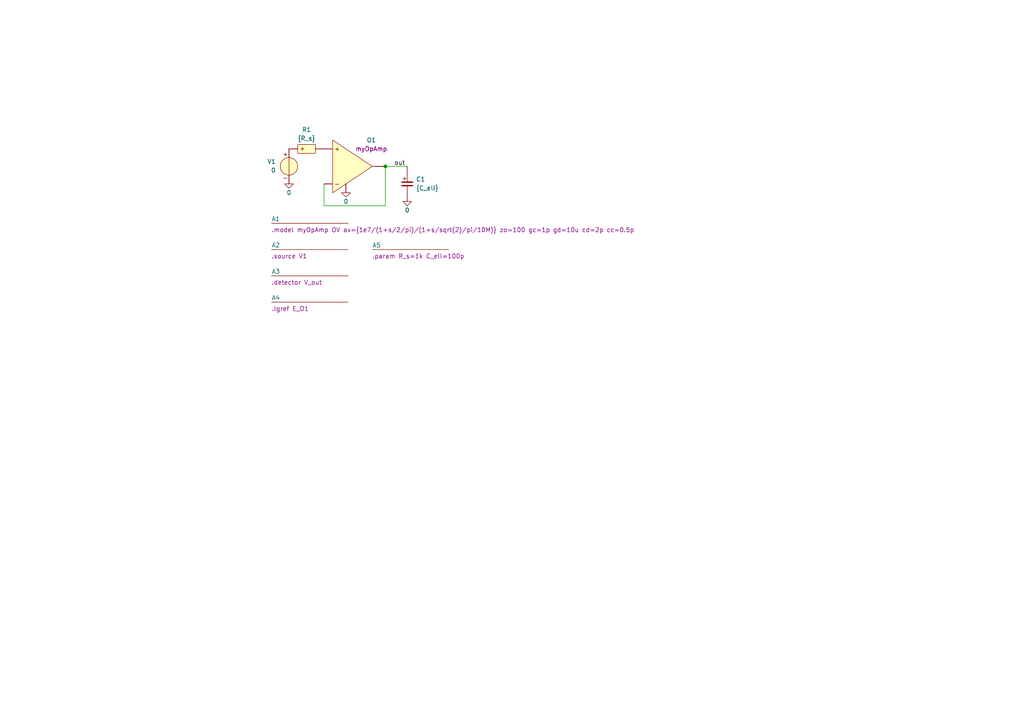
<source format=kicad_sch>
(kicad_sch (version 20250114) (generator "eeschema") (generator_version "9.0")
  (paper "A4")
  (lib_symbols
    (symbol "SLiCAP:C" (pin_numbers (hide yes)) (pin_names (offset 1.016) (hide yes))
      (property "Reference" "C?" (at 2.54 3.81 0))
      (property "Value" "?" (at 2.54 1.27 0) (show_name))
      (property "vinit" "0" (at 2.54 -1.27 0) (show_name))
      (symbol "C_0_0"
        (text "+" (at -0.762 1.651 0) (effects (font (size 1.27 1.27))))
      )
      (symbol "C_0_1"
        (polyline (pts (xy -1.524 0.508) (xy 1.524 0.508)) (stroke (width 0.381)))
        (polyline (pts (xy -1.524 -0.508) (xy 1.524 -0.508)) (stroke (width 0.381)))
        (polyline (pts (xy 0 2.54) (xy 0 0.508)))
        (polyline (pts (xy 0 -2.54) (xy 0 -0.508)))
      )
      (symbol "C_1_0"
        (pin passive line (at 0 5.08 270) (length 2.54) (name "1") (number "1"))
        (pin passive line (at 0 -5.08 90) (length 2.54) (name "2") (number "2"))
      )
    )
    (symbol "SLiCAP:Command" (pin_numbers (hide yes)) (pin_names (offset 0) (hide yes))
      (property "Reference" "A?" (at 0 1.27 0))
      (property "command" "?" (at 0 -1.905 0))
      (symbol "Command_0_1"
        (polyline (pts (xy 0 0) (xy 22.225 0)))
      )
    )
    (symbol "SLiCAP:GND" (power) (pin_numbers (hide yes)) (pin_names (offset 0) (hide yes))
      (property "Value" "0" (at 0 -2.54 0))
      (symbol "GND_0_1"
        (polyline (pts (xy -1.27 0) (xy 0 -1.27) (xy 1.27 0) (xy -1.27 0)))
      )
      (symbol "GND_1_1"
        (pin power_in line (at 0 0 0) (length 0) (name "~") (number "1"))
      )
    )
    (symbol "SLiCAP:O" (pin_numbers (hide yes)) (pin_names (offset 0) (hide yes))
      (property "Reference" "O?" (at 0.635 6.985 0))
      (property "model" "?" (at 0.635 5.08 0) (show_name))
      (symbol "O_0_1"
        (polyline (pts (xy 6.35 0) (xy 7.62 0)))
        (polyline (pts (xy 7.62 0) (xy 6.985 0)))
      )
      (symbol "O_1_0"
        (pin power_out line (at -1.27 -7.62 90) (length 2.54) (name "outN") (number "4"))
        (pin power_out line (at 10.16 0 180) (length 2.54) (name "outP") (number "3"))
      )
      (symbol "O_1_1"
        (polyline (pts (xy 6.35 0) (xy -5.08 7.62) (xy -5.08 -7.62) (xy 6.35 0)) (fill (type background)))
        (text "+" (at -3.81 5.08 0) (effects (font (size 1.27 1.27))))
        (text "-" (at -3.81 -5.08 0) (effects (font (size 1.27 1.27))))
        (pin input line (at -7.62 5.08 0) (length 2.54) (name "inp") (number "1"))
        (pin input line (at -7.62 -5.08 0) (length 2.54) (name "inN") (number "2"))
      )
    )
    (symbol "SLiCAP:R" (pin_numbers (hide yes)) (pin_names (offset 1.016) (hide yes))
      (property "Reference" "R?" (at 1.905 3.81 0))
      (property "Value" "?" (at 1.905 1.905 0) (show_name))
      (property "noisetemp" "0" (at 1.905 0 0) (show_name))
      (property "noiseflow" "0" (at 15.24 0 0) (show_name))
      (property "dcvar" "0" (at 1.905 -1.905 0) (show_name))
      (property "dcvarlot" "0" (at 15.24 -1.905 0) (show_name))
      (symbol "R_0_0"
        (text "+" (at 0 1.27 0) (effects (font (size 1.27 1.27))))
      )
      (symbol "R_1_0"
        (pin passive line (at 0 5.08 270) (length 2.54) (name "1") (number "1"))
        (pin passive line (at 0 -5.08 90) (length 2.54) (name "2") (number "2"))
      )
      (symbol "R_1_1"
        (rectangle (start -1.27 2.54) (end 1.27 -2.54) (fill (type background)))
      )
    )
    (symbol "SLiCAP:V" (pin_numbers (hide yes)) (pin_names (offset 0) (hide yes))
      (property "Reference" "V?" (at 3.175 4.445 0))
      (property "Value" "?" (at 3.175 2.54 0) (show_name))
      (property "noise" "0" (at 3.175 -3.175 0) (show_name))
      (property "dc" "0" (at 3.175 0.635 0) (show_name))
      (property "dcvar" "0" (at 3.175 -1.27 0) (show_name))
      (symbol "V_0_0"
        (text "+" (at -1.016 3.556 0) (effects (font (size 1.27 1.27))))
        (text "-" (at -1.016 -3.302 0) (effects (font (size 1.27 1.27))))
        (pin power_out line (at 0 5.08 270) (length 2.54) (name "p") (number "1"))
        (pin power_out line (at 0 -5.08 90) (length 2.54) (name "n") (number "2"))
      )
      (symbol "V_0_1"
        (polyline (pts (xy 0 2.54) (xy 0 -2.54)))
      )
      (symbol "V_1_0"
        (circle (center 0 0) (radius 2.54) (fill (type background)))
      )
    )
  )
  (junction (at 111.76 48.26))
  (wire (pts (xy 111.76 48.26) (xy 111.76 59.69)))
  (wire (pts (xy 111.76 48.26) (xy 118.11 48.26)))
  (wire (pts (xy 93.98 59.69) (xy 111.76 59.69)))
  (wire (pts (xy 93.98 53.34) (xy 93.98 59.69)))
  (label "out" (at 114.3 48.26 0))
  (symbol (lib_id "SLiCAP:GND") (at 100.33 55.88 0) (unit 1)
    (property "Reference" "#02" (effects (hide yes)))
    (property "Value" "0" (at 100.33 58.42 0))
    (property "Description" "0V reference potential" (effects (hide yes)))
  )
  (symbol (lib_id "SLiCAP:GND") (at 118.11 58.42 0) (unit 1)
    (property "Reference" "#04" (effects (hide yes)))
    (property "Value" "0" (at 118.11 60.96 0))
    (property "Description" "0V reference potential" (effects (hide yes)))
  )
  (symbol (lib_id "SLiCAP:Command") (at 78.74 80.01 0) (unit 1)
    (property "Reference" "A3" (at 78.74 78.74 0) (effects (justify left)))
    (property "Description" "SLiCAP command (.lib, .param, .model. subckt}" (effects (hide yes)))
    (property "command" ".detector V_out" (at 78.74 81.915 0) (effects (justify left)))
  )
  (symbol (lib_id "SLiCAP:O") (at 101.6 48.26 0) (unit 1)
    (property "Reference" "O1" (at 107.696 40.64 0))
    (property "Description" "Operational amplifier" (effects (hide yes)))
    (property "model" "myOpAmp" (at 107.696 43.18 0))
  )
  (symbol (lib_id "SLiCAP:V") (at 83.82 48.26 0) (unit 1)
    (property "Reference" "V1" (at 80.01 46.8629 0) (effects (justify right)))
    (property "Value" "0" (at 80.01 49.4029 0) (effects (justify right)))
    (property "Description" "Independent voltage source" (effects (hide yes)))
    (property "noise" "0" (effects (hide yes)))
    (property "dc" "0" (effects (hide yes)))
    (property "dcvar" "0" (effects (hide yes)))
    (property "model" "V" (effects (hide yes)))
  )
  (symbol (lib_id "SLiCAP:Command") (at 78.74 64.77 0) (unit 1)
    (property "Reference" "A1" (at 78.74 63.5 0) (effects (justify left)))
    (property "Description" "SLiCAP command (.lib, .param, .model. subckt}" (effects (hide yes)))
    (property "command" ".model myOpAmp OV av={1e7/(1+s/2/pi)/(1+s/sqrt(2)/pi/10M)} zo=100 gc=1p gd=10u cd=2p cc=0.5p" (at 78.74 66.675 0) (effects (justify left)))
  )
  (symbol (lib_id "SLiCAP:Command") (at 107.95 72.39 0) (unit 1)
    (property "Reference" "A5" (at 107.95 71.12 0) (effects (justify left)))
    (property "Description" "SLiCAP command (.lib, .param, .model. subckt}" (effects (hide yes)))
    (property "command" ".param R_s=1k C_ell=100p" (at 107.95 74.295 0) (effects (justify left)))
  )
  (symbol (lib_id "SLiCAP:Command") (at 78.74 72.39 0) (unit 1)
    (property "Reference" "A2" (at 78.74 71.12 0) (effects (justify left)))
    (property "Description" "SLiCAP command (.lib, .param, .model. subckt}" (effects (hide yes)))
    (property "command" ".source V1" (at 78.74 74.295 0) (effects (justify left)))
  )
  (symbol (lib_id "SLiCAP:R") (at 88.9 43.18 90) (unit 1)
    (property "Reference" "R1" (at 88.9 37.592 90))
    (property "Value" "{R_s}" (at 88.9 40.132 90))
    (property "Description" "Resistor (cannot have zero resistance)" (effects (hide yes)))
    (property "model" "R" (effects (hide yes)))
    (property "noisetemp" "0" (effects (hide yes)))
    (property "noiseflow" "0" (effects (hide yes)))
    (property "dcvar" "0" (effects (hide yes)))
    (property "dcvarlot" "0" (effects (hide yes)))
  )
  (symbol (lib_id "SLiCAP:GND") (at 83.82 53.34 0) (mirror y) (unit 1)
    (property "Reference" "#01" (effects (hide yes)))
    (property "Value" "0" (at 83.82 55.88 0))
    (property "Description" "0V reference potential" (effects (hide yes)))
  )
  (symbol (lib_id "SLiCAP:Command") (at 78.74 87.63 0) (unit 1)
    (property "Reference" "A4" (at 78.74 86.36 0) (effects (justify left)))
    (property "Description" "SLiCAP command (.lib, .param, .model. subckt}" (effects (hide yes)))
    (property "command" ".lgref E_O1" (at 78.74 89.535 0) (effects (justify left)))
  )
  (symbol (lib_id "SLiCAP:C") (at 118.11 53.34 0) (unit 1)
    (property "Reference" "C1" (at 120.65 52.0036 0) (effects (justify left)))
    (property "Value" "{C_ell}" (at 120.65 54.5436 0) (effects (justify left)))
    (property "Description" "Capacitor" (effects (hide yes)))
    (property "model" "C" (effects (hide yes)))
    (property "vinit" "0" (effects (hide yes)))
  )
)
</source>
